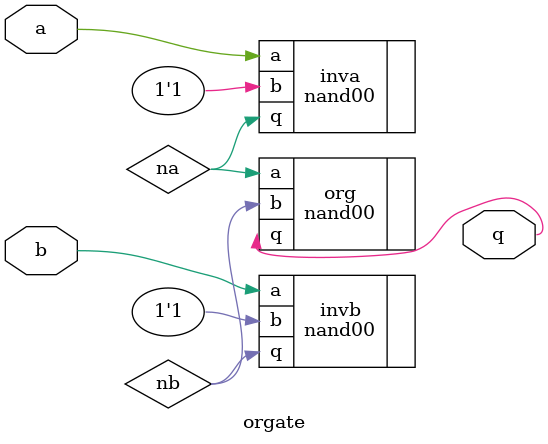
<source format=v>
`timescale 1ns/1ps

module orgate(
        input a,
        input b,
        output q
    );
    wire na, nb;
    nand00 inva(
        .a(a),
        .b(1'b1),
        .q(na)
    );
    nand00 invb(
        .a(b),
        .b(1'b1),
        .q(nb)
    );
    nand00 org(
        .a(na),
        .b(nb),
        .q(q)
    );
endmodule
</source>
